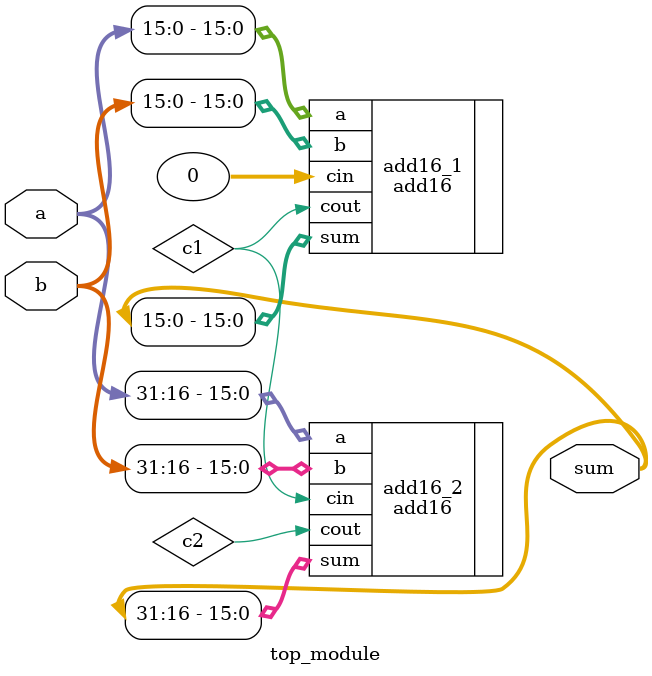
<source format=v>
module top_module(
    input [31:0] a,
    input [31:0] b,
    output [31:0] sum);

    wire c1, c2;

    add16 add16_1(.a(a[15:0]), .b(b[15:0]), .cin(0), .sum(sum[15:0]), .cout(c1));
    add16 add16_2(.a(a[31:16]), .b(b[31:16]), .cin(c1), .sum(sum[31:16]), .cout(c2));
endmodule

// module add16 ( input[15:0] a, input[15:0] b, input cin, output[15:0] sum, output cout );
//     // some code
// endmodule
</source>
